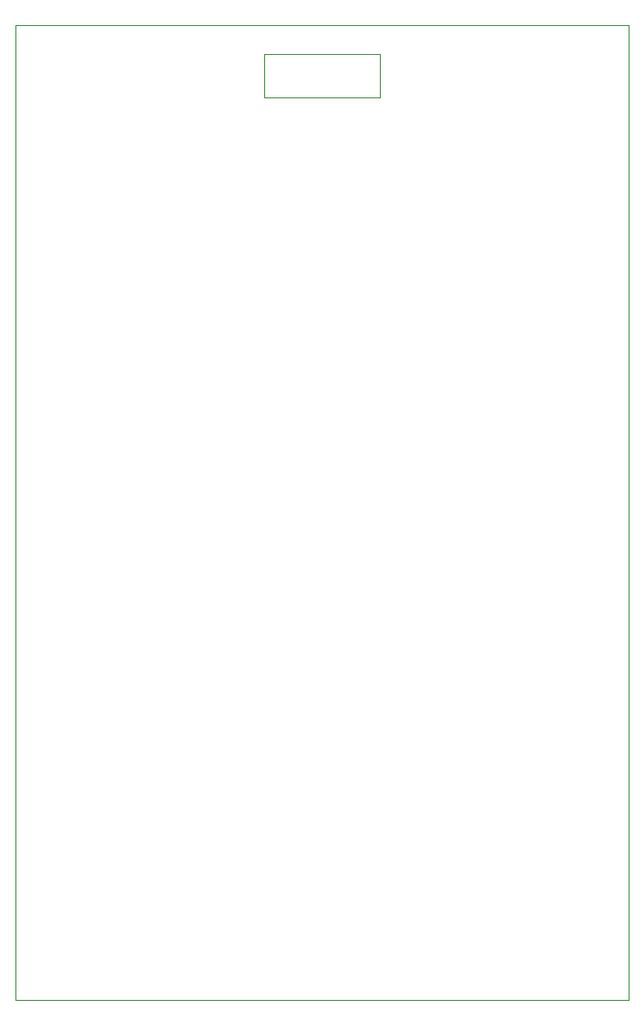
<source format=gm1>
%TF.GenerationSoftware,KiCad,Pcbnew,(6.0.2-0)*%
%TF.CreationDate,2022-03-13T17:03:44-04:00*%
%TF.ProjectId,555_Badge,3535355f-4261-4646-9765-2e6b69636164,V01*%
%TF.SameCoordinates,Original*%
%TF.FileFunction,Profile,NP*%
%FSLAX46Y46*%
G04 Gerber Fmt 4.6, Leading zero omitted, Abs format (unit mm)*
G04 Created by KiCad (PCBNEW (6.0.2-0)) date 2022-03-13 17:03:44*
%MOMM*%
%LPD*%
G01*
G04 APERTURE LIST*
%TA.AperFunction,Profile*%
%ADD10C,0.025400*%
%TD*%
G04 APERTURE END LIST*
D10*
X148844000Y-47752000D02*
X148844000Y-43942000D01*
X159004000Y-43942000D02*
X159004000Y-47752000D01*
X159004000Y-47752000D02*
X148844000Y-47752000D01*
X148844000Y-43942000D02*
X159004000Y-43942000D01*
X180848000Y-41402000D02*
X127000000Y-41402000D01*
X127000000Y-41402000D02*
X127000000Y-127000000D01*
X180848000Y-127000000D02*
X180848000Y-41402000D01*
X180848000Y-127000000D02*
X127000000Y-127000000D01*
M02*

</source>
